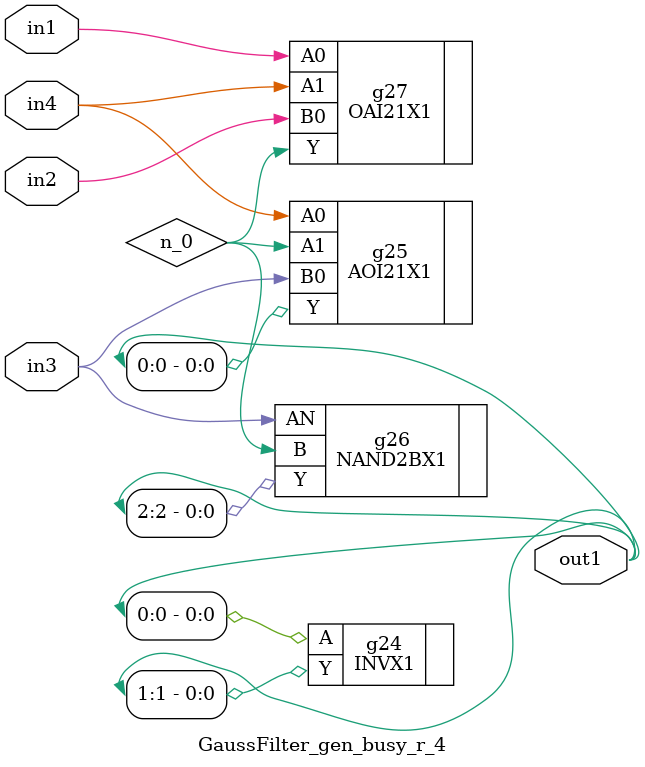
<source format=v>
`timescale 1ps / 1ps


module GaussFilter_gen_busy_r_4(in1, in2, in3, in4, out1);
  input in1, in2, in3, in4;
  output [2:0] out1;
  wire in1, in2, in3, in4;
  wire [2:0] out1;
  wire n_0;
  INVX1 g24(.A (out1[0]), .Y (out1[1]));
  AOI21X1 g25(.A0 (in4), .A1 (n_0), .B0 (in3), .Y (out1[0]));
  NAND2BX1 g26(.AN (in3), .B (n_0), .Y (out1[2]));
  OAI21X1 g27(.A0 (in1), .A1 (in4), .B0 (in2), .Y (n_0));
endmodule


</source>
